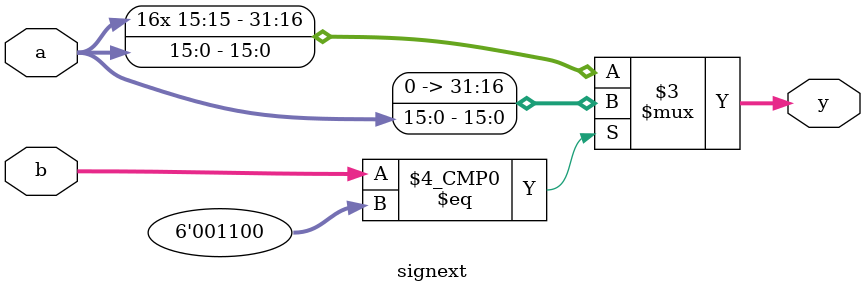
<source format=sv>
module signext(input  logic [15:0] a, input logic [5:0] b,
               output logic [31:0] y);
    always_comb
    case(b)
      6'b001100: y <= {{16{0}}, a}; // RTYPE
      default:   y <= {{16{a[15]}}, a}; // illegal op
    endcase
endmodule
</source>
